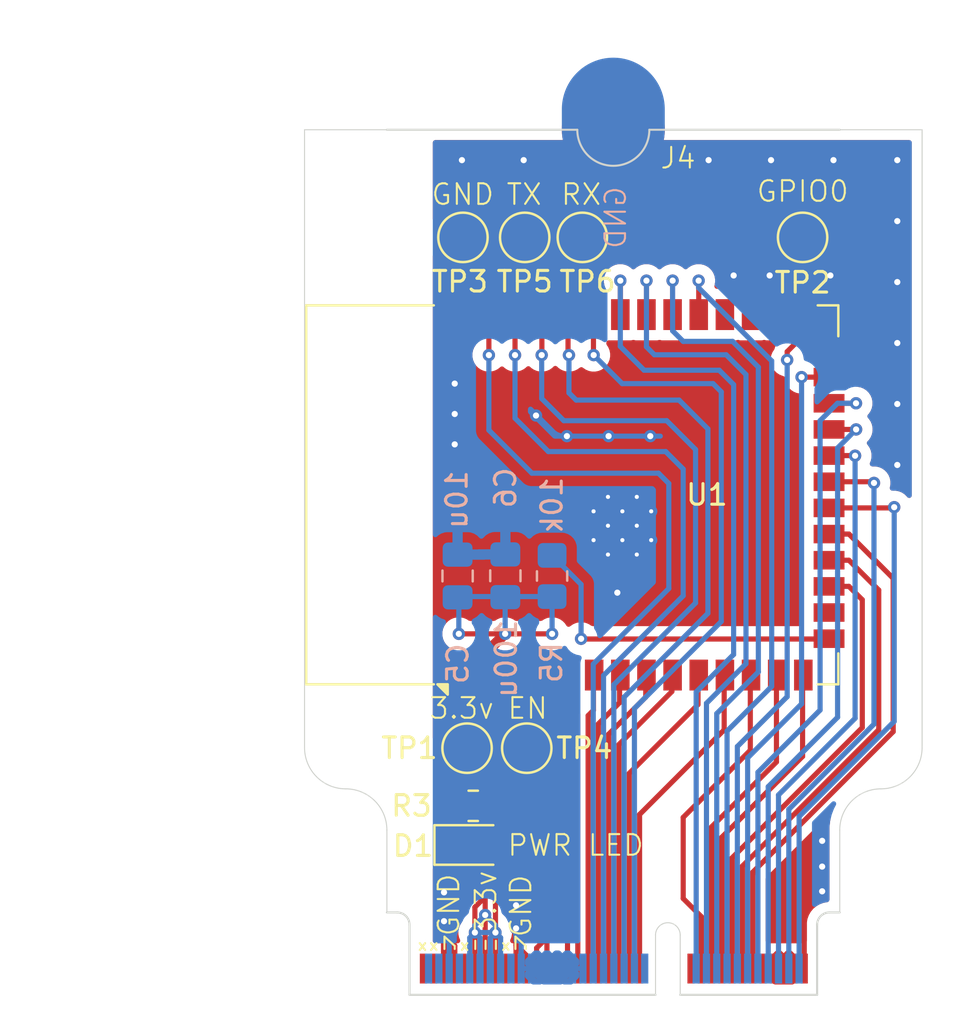
<source format=kicad_pcb>
(kicad_pcb (version 20241229) (generator "pcbnew") (generator_version "9.0")
  (layers (0 "F.Cu" signal) (2 "B.Cu" signal) (13 "F.Paste" user) (15 "B.Paste" user) (5 "F.SilkS" user "F.Silkscreen") (7 "B.SilkS" user "B.Silkscreen") (1 "F.Mask" user) (3 "B.Mask" user) (25 "Edge.Cuts" user))
  (net 0 "")
  (net 1 "GND")
  (net 3 "+3.3V")
  (net 4 "/ESP_EN")
  (net 5 "Net-(D1-A)")
  (net 6 "/ESP_IO0")
  (net 9 "/ESP_RXD")
  (net 10 "/ESP_TXD")
  (net 11 "Net-(U1-IO3)")
  (net 12 "/USB_D-")
  (net 13 "/USB_D+")
  (net 16 "/GPIO15")
  (net 17 "/GPIO41")
  (net 18 "/GPIO13")
  (net 19 "/GPIO1")
  (net 20 "/GPIO17")
  (net 21 "/GPIO11")
  (net 22 "/GPIO2")
  (net 23 "/GPIO18")
  (net 24 "/GPIO40")
  (net 25 "/GPIO21")
  (net 26 "/GPIO39")
  (net 27 "/GPIO47")
  (net 28 "/GPIO12")
  (net 29 "/GPIO48")
  (net 30 "/GPIO8")
  (net 31 "/GPIO16")
  (net 32 "/GPIO5")
  (net 33 "/GPIO38")
  (net 35 "/GPIO6")
  (net 37 "/GPIO10")
  (net 38 "/GPIO4")
  (net 39 "/GPIO9")
  (net 40 "/GPIO14")
  (net 41 "/GPIO42")
  (net 49 "/GPIO7")
  (footprint "TestPoint:TestPoint_Pad_D2.0mm" (layer "F.Cu") (at 141.5 119.6)
    (property "Reference" "TP1" (at -2.8 0 0) (layer "F.SilkS"))
    (property "Value" "TestPoint 3.3v" (hide yes))
    (pad "1" smd circle (at 0 0) (size 2 2) (layers "F.Cu" "F.Mask") (net 3 "+3.3V"))
  )
  (footprint "LED_SMD:LED_0805_2012Metric_Pad1.15x1.40mm_HandSolder" (layer "F.Cu") (at 141.775 124.3)
    (property "Reference" "D1" (at -2.9 0.05 0) (layer "F.SilkS"))
    (property "Value" "LED_Small" (hide yes))
    (pad "1" smd roundrect (at -1.025 0) (size 1.15 1.4) (layers "F.Cu" "F.Mask" "F.Paste") (roundrect_rratio 0.217391) (net 1 "GND"))
    (pad "2" smd roundrect (at 1.025 0) (size 1.15 1.4) (layers "F.Cu" "F.Mask" "F.Paste") (roundrect_rratio 0.217391) (net 5 "Net-(D1-A)"))
  )
  (footprint "TestPoint:TestPoint_Pad_D2.0mm" (layer "F.Cu") (at 144.3 94.8)
    (property "Reference" "TP5" (at 0 2.15 0) (layer "F.SilkS"))
    (property "Value" "TestPoint TXD" (hide yes))
    (pad "1" smd circle (at 0 0) (size 2 2) (layers "F.Cu" "F.Mask") (net 10 "/ESP_TXD"))
  )
  (footprint "TestPoint:TestPoint_Pad_D2.0mm" (layer "F.Cu") (at 144.4 119.6)
    (property "Reference" "TP4" (at 2.8 0 0) (layer "F.SilkS"))
    (property "Value" "TestPoint EN" (hide yes))
    (pad "1" smd circle (at 0 0) (size 2 2) (layers "F.Cu" "F.Mask") (net 4 "/ESP_EN"))
  )
  (footprint "Resistor_SMD:R_0805_2012Metric_Pad1.20x1.40mm_HandSolder" (layer "F.Cu") (at 141.8 122.4)
    (property "Reference" "R3" (at -3 0 0) (layer "F.SilkS"))
    (property "Value" "1K")
    (pad "1" smd roundrect (at -1 0) (size 1.2 1.4) (layers "F.Cu" "F.Mask" "F.Paste") (roundrect_rratio 0.208333) (net 3 "+3.3V"))
    (pad "2" smd roundrect (at 1 0) (size 1.2 1.4) (layers "F.Cu" "F.Mask" "F.Paste") (roundrect_rratio 0.208333) (net 5 "Net-(D1-A)"))
  )
  (footprint "RF_Module:ESP32-S3-WROOM-1" (layer "F.Cu") (at 146.585 107.3 90)
    (property "Reference" "U1" (at 0 6.565 0) (layer "F.SilkS"))
    (property "Value" "ESP32-S3-WROOM-1")
    (pad "1" smd rect (at -8.75 -5.26 90) (size 1.5 0.9) (layers "F.Cu" "F.Mask" "F.Paste") (net 1 "GND"))
    (pad "2" smd rect (at -8.75 -3.99 90) (size 1.5 0.9) (layers "F.Cu" "F.Mask" "F.Paste") (net 3 "+3.3V"))
    (pad "3" smd rect (at -8.75 -2.72 90) (size 1.5 0.9) (layers "F.Cu" "F.Mask" "F.Paste") (net 4 "/ESP_EN"))
    (pad "4" smd rect (at -8.75 -1.45 90) (size 1.5 0.9) (layers "F.Cu" "F.Mask" "F.Paste") (net 38 "/GPIO4"))
    (pad "5" smd rect (at -8.75 -0.18 90) (size 1.5 0.9) (layers "F.Cu" "F.Mask" "F.Paste") (net 32 "/GPIO5"))
    (pad "6" smd rect (at -8.75 1.09 90) (size 1.5 0.9) (layers "F.Cu" "F.Mask" "F.Paste") (net 35 "/GPIO6"))
    (pad "7" smd rect (at -8.75 2.36 90) (size 1.5 0.9) (layers "F.Cu" "F.Mask" "F.Paste") (net 49 "/GPIO7"))
    (pad "8" smd rect (at -8.75 3.63 90) (size 1.5 0.9) (layers "F.Cu" "F.Mask" "F.Paste") (net 16 "/GPIO15"))
    (pad "9" smd rect (at -8.75 4.9 90) (size 1.5 0.9) (layers "F.Cu" "F.Mask" "F.Paste") (net 31 "/GPIO16"))
    (pad "10" smd rect (at -8.75 6.17 90) (size 1.5 0.9) (layers "F.Cu" "F.Mask" "F.Paste") (net 20 "/GPIO17"))
    (pad "11" smd rect (at -8.75 7.44 90) (size 1.5 0.9) (layers "F.Cu" "F.Mask" "F.Paste") (net 23 "/GPIO18"))
    (pad "12" smd rect (at -8.75 8.71 90) (size 1.5 0.9) (layers "F.Cu" "F.Mask" "F.Paste") (net 30 "/GPIO8"))
    (pad "13" smd rect (at -8.75 9.98 90) (size 1.5 0.9) (layers "F.Cu" "F.Mask" "F.Paste") (net 12 "/USB_D-"))
    (pad "14" smd rect (at -8.75 11.25 270) (size 1.5 0.9) (layers "F.Cu" "F.Mask" "F.Paste") (net 13 "/USB_D+"))
    (pad "15" smd rect (at -6.985 12.5) (size 1.5 0.9) (layers "F.Cu" "F.Mask" "F.Paste") (net 11 "Net-(U1-IO3)"))
    (pad "16" smd rect (at -5.715 12.5) (size 1.5 0.9) (layers "F.Cu" "F.Mask" "F.Paste"))
    (pad "17" smd rect (at -4.445 12.5) (size 1.5 0.9) (layers "F.Cu" "F.Mask" "F.Paste") (net 39 "/GPIO9"))
    (pad "18" smd rect (at -3.175 12.5) (size 1.5 0.9) (layers "F.Cu" "F.Mask" "F.Paste") (net 37 "/GPIO10"))
    (pad "19" smd rect (at -1.905 12.5) (size 1.5 0.9) (layers "F.Cu" "F.Mask" "F.Paste") (net 21 "/GPIO11"))
    (pad "20" smd rect (at -0.635 12.5) (size 1.5 0.9) (layers "F.Cu" "F.Mask" "F.Paste") (net 28 "/GPIO12"))
    (pad "21" smd rect (at 0.635 12.5) (size 1.5 0.9) (layers "F.Cu" "F.Mask" "F.Paste") (net 18 "/GPIO13"))
    (pad "22" smd rect (at 1.905 12.5) (size 1.5 0.9) (layers "F.Cu" "F.Mask" "F.Paste") (net 40 "/GPIO14"))
    (pad "23" smd rect (at 3.175 12.5) (size 1.5 0.9) (layers "F.Cu" "F.Mask" "F.Paste") (net 25 "/GPIO21"))
    (pad "24" smd rect (at 4.445 12.5) (size 1.5 0.9) (layers "F.Cu" "F.Mask" "F.Paste") (net 27 "/GPIO47"))
    (pad "25" smd rect (at 5.715 12.5) (size 1.5 0.9) (layers "F.Cu" "F.Mask" "F.Paste") (net 29 "/GPIO48"))
    (pad "26" smd rect (at 6.985 12.5) (size 1.5 0.9) (layers "F.Cu" "F.Mask" "F.Paste"))
    (pad "27" smd rect (at 8.75 11.25 90) (size 1.5 0.9) (layers "F.Cu" "F.Mask" "F.Paste") (net 6 "/ESP_IO0"))
    (pad "28" smd rect (at 8.75 9.98 90) (size 1.5 0.9) (layers "F.Cu" "F.Mask" "F.Paste"))
    (pad "29" smd rect (at 8.75 8.71 90) (size 1.5 0.9) (layers "F.Cu" "F.Mask" "F.Paste"))
    (pad "30" smd rect (at 8.75 7.44 90) (size 1.5 0.9) (layers "F.Cu" "F.Mask" "F.Paste"))
    (pad "31" smd rect (at 8.75 6.17 90) (size 1.5 0.9) (layers "F.Cu" "F.Mask" "F.Paste") (net 33 "/GPIO38"))
    (pad "32" smd rect (at 8.75 4.9 90) (size 1.5 0.9) (layers "F.Cu" "F.Mask" "F.Paste") (net 26 "/GPIO39"))
    (pad "33" smd rect (at 8.75 3.63 90) (size 1.5 0.9) (layers "F.Cu" "F.Mask" "F.Paste") (net 24 "/GPIO40"))
    (pad "34" smd rect (at 8.75 2.36 90) (size 1.5 0.9) (layers "F.Cu" "F.Mask" "F.Paste") (net 17 "/GPIO41"))
    (pad "35" smd rect (at 8.75 1.09 90) (size 1.5 0.9) (layers "F.Cu" "F.Mask" "F.Paste") (net 41 "/GPIO42"))
    (pad "36" smd rect (at 8.75 -0.18 90) (size 1.5 0.9) (layers "F.Cu" "F.Mask" "F.Paste") (net 9 "/ESP_RXD"))
    (pad "37" smd rect (at 8.75 -1.45 90) (size 1.5 0.9) (layers "F.Cu" "F.Mask" "F.Paste") (net 10 "/ESP_TXD"))
    (pad "38" smd rect (at 8.75 -2.72 90) (size 1.5 0.9) (layers "F.Cu" "F.Mask" "F.Paste") (net 22 "/GPIO2"))
    (pad "39" smd rect (at 8.75 -3.99 90) (size 1.5 0.9) (layers "F.Cu" "F.Mask" "F.Paste") (net 19 "/GPIO1"))
    (pad "40" smd rect (at 8.75 -5.26 90) (size 1.5 0.9) (layers "F.Cu" "F.Mask" "F.Paste") (net 1 "GND"))
    (pad "41" thru_hole circle (at -2.9 1.76 180) (size 0.6 0.6) (drill 0.2) (property pad_prop_heatsink) (layers "*.Cu" "F.Mask") (net 1 "GND"))
    (pad "41" thru_hole circle (at -2.9 3.16 90) (size 0.6 0.6) (drill 0.2) (property pad_prop_heatsink) (layers "*.Cu" "F.Mask") (net 1 "GND"))
    (pad "41" thru_hole circle (at -2.2 1.06 90) (size 0.6 0.6) (drill 0.2) (property pad_prop_heatsink) (layers "*.Cu" "F.Mask") (net 1 "GND"))
    (pad "41" thru_hole circle (at -2.2 2.46 90) (size 0.6 0.6) (drill 0.2) (property pad_prop_heatsink) (layers "*.Cu" "F.Mask") (net 1 "GND"))
    (pad "41" thru_hole circle (at -2.2 3.86 90) (size 0.6 0.6) (drill 0.2) (property pad_prop_heatsink) (layers "*.Cu" "F.Mask") (net 1 "GND"))
    (pad "41" thru_hole circle (at -1.5 1.76 90) (size 0.6 0.6) (drill 0.2) (property pad_prop_heatsink) (layers "*.Cu" "F.Mask") (net 1 "GND"))
    (pad "41" smd rect (at -1.5 2.46) (size 3.9 3.9) (property pad_prop_heatsink) (layers "F.Cu" "F.Mask") (net 1 "GND"))
    (pad "41" thru_hole circle (at -1.5 3.16 90) (size 0.6 0.6) (drill 0.2) (property pad_prop_heatsink) (layers "*.Cu" "F.Mask") (net 1 "GND"))
    (pad "41" thru_hole circle (at -0.8 1.06 90) (size 0.6 0.6) (drill 0.2) (property pad_prop_heatsink) (layers "*.Cu" "F.Mask") (net 1 "GND"))
    (pad "41" thru_hole circle (at -0.8 2.46 90) (size 0.6 0.6) (drill 0.2) (property pad_prop_heatsink) (layers "*.Cu" "F.Mask") (net 1 "GND"))
    (pad "41" thru_hole circle (at -0.8 3.86 90) (size 0.6 0.6) (drill 0.2) (property pad_prop_heatsink) (layers "*.Cu" "F.Mask") (net 1 "GND"))
    (pad "41" thru_hole circle (at -0.1 1.76 90) (size 0.6 0.6) (drill 0.2) (property pad_prop_heatsink) (layers "*.Cu" "F.Mask") (net 1 "GND"))
    (pad "41" thru_hole circle (at -0.1 3.16 90) (size 0.6 0.6) (drill 0.2) (property pad_prop_heatsink) (layers "*.Cu" "F.Mask") (net 1 "GND"))
    (zone (net 0) (net_name "") (layers "F.Cu" "B.Cu") (connect_pads (clearance 0)) (min_thickness 0.254)
      (keepout (tracks not_allowed) (vias not_allowed) (pads not_allowed) (copperpour not_allowed) (footprints not_allowed))
      (fill (thermal_gap 0.508) (thermal_bridge_width 0.508))
      (polygon (pts (xy 139.835 131.3) (xy 139.835 83.3) (xy 118.835 83.3) (xy 118.835 131.3)))
    )
  )
  (footprint "TestPoint:TestPoint_Pad_D2.0mm" (layer "F.Cu") (at 157.8 94.8)
    (property "Reference" "TP2" (at 0 2.2 0) (layer "F.SilkS"))
    (property "Value" "TestPoint IOO" (hide yes))
    (pad "1" smd circle (at 0 0) (size 2 2) (layers "F.Cu" "F.Mask") (net 6 "/ESP_IO0"))
  )
  (footprint "TestPoint:TestPoint_Pad_D2.0mm" (layer "F.Cu") (at 141.3 94.8)
    (property "Reference" "TP3" (at -0.15 2.15 0) (layer "F.SilkS"))
    (property "Value" "TestPoint GND" (hide yes))
    (pad "1" smd circle (at 0 0) (size 2 2) (layers "F.Cu" "F.Mask") (net 1 "GND"))
  )
  (footprint "M.2:2242-key-E-ESP32" (layer "F.Cu") (at 136.605 88.575)
    (property "Reference" "J4" (at 15.145 2.375 0) (layer "F.SilkS") (effects (font (thickness 0.1))))
    (property "Value" "Bus_M.2_Socket_E")
    (fp_line (start -3 1) (end 1 1) (stroke (width 0.05)) (layer "Edge.Cuts"))
    (fp_line (start -3 31) (end -3 1) (stroke (width 0.05)) (layer "Edge.Cuts"))
    (fp_line (start 1 1) (end 10.25 1) (stroke (width 0.1)) (layer "Edge.Cuts"))
    (fp_line (start 1 39) (end 1 35) (stroke (width 0.05)) (layer "Edge.Cuts"))
    (fp_line (start 1 39) (end 1.5 39) (stroke (width 0.1)) (layer "Edge.Cuts"))
    (fp_line (start 2.1 39.6) (end 2.1 43) (stroke (width 0.1)) (layer "Edge.Cuts"))
    (fp_line (start 2.1 43) (end 14.05 43) (stroke (width 0.1)) (layer "Edge.Cuts"))
    (fp_line (start 14.05 43) (end 14.05 40.1) (stroke (width 0.05)) (layer "Edge.Cuts"))
    (fp_line (start 15.25 40.1) (end 15.25 43) (stroke (width 0.05)) (layer "Edge.Cuts"))
    (fp_line (start 15.25 43) (end 21.9 43) (stroke (width 0.1)) (layer "Edge.Cuts"))
    (fp_line (start 21.9 39.6) (end 21.9 43) (stroke (width 0.1)) (layer "Edge.Cuts"))
    (fp_line (start 23 1) (end 13.75 1) (stroke (width 0.1)) (layer "Edge.Cuts"))
    (fp_line (start 23 39) (end 22.5 39) (stroke (width 0.1)) (layer "Edge.Cuts"))
    (fp_line (start 23 39) (end 23 35) (stroke (width 0.05)) (layer "Edge.Cuts"))
    (fp_line (start 27 1) (end 23 1) (stroke (width 0.05)) (layer "Edge.Cuts"))
    (fp_line (start 27 31) (end 27 1) (stroke (width 0.05)) (layer "Edge.Cuts"))
    (fp_arc (start -1 33) (mid -2.414214 32.414214) (end -3 31) (stroke (width 0.05)) (layer "Edge.Cuts"))
    (fp_arc (start -1 33) (mid 0.414214 33.585786) (end 1 35) (stroke (width 0.05)) (layer "Edge.Cuts"))
    (fp_arc (start 1.5 39) (mid 1.924264 39.175736) (end 2.1 39.6) (stroke (width 0.1)) (layer "Edge.Cuts"))
    (fp_arc (start 13.75 1) (mid 12 2.75) (end 10.25 1) (stroke (width 0.1)) (layer "Edge.Cuts"))
    (fp_arc (start 14.05 40.1) (mid 14.65 39.5) (end 15.25 40.1) (stroke (width 0.05)) (layer "Edge.Cuts"))
    (fp_arc (start 21.9 39.6) (mid 22.075736 39.175736) (end 22.5 39) (stroke (width 0.1)) (layer "Edge.Cuts"))
    (fp_arc (start 23 35) (mid 23.585786 33.585786) (end 25 33) (stroke (width 0.05)) (layer "Edge.Cuts"))
    (fp_arc (start 27 31) (mid 26.414214 32.414214) (end 25 33) (stroke (width 0.05)) (layer "Edge.Cuts"))
    (pad "1" connect rect (at 21.275 41.725) (size 0.35 1.45) (layers "F.Cu" "F.Mask") (net 1 "GND"))
    (pad "2" connect rect (at 21.025 41.725) (size 0.35 1.45) (layers "B.Cu" "B.Mask") (net 28 "/GPIO12"))
    (pad "3" connect rect (at 20.775 41.725) (size 0.35 1.45) (layers "F.Cu" "F.Mask") (net 1 "GND"))
    (pad "4" connect rect (at 20.525 41.725) (size 0.35 1.45) (layers "B.Cu" "B.Mask") (net 18 "/GPIO13"))
    (pad "5" connect rect (at 20.275 41.725) (size 0.35 1.45) (layers "F.Cu" "F.Mask") (net 1 "GND"))
    (pad "6" connect rect (at 20.025 41.725) (size 0.35 1.45) (layers "B.Cu" "B.Mask") (net 40 "/GPIO14"))
    (pad "7" connect rect (at 19.775 41.725) (size 0.35 1.45) (layers "F.Cu" "F.Mask") (net 1 "GND"))
    (pad "8" connect rect (at 19.525 41.725) (size 0.35 1.45) (layers "B.Cu" "B.Mask") (net 25 "/GPIO21"))
    (pad "9" connect rect (at 19.275 41.725) (size 0.35 1.45) (layers "F.Cu" "F.Mask") (net 1 "GND"))
    (pad "10" connect rect (at 19.025 41.725) (size 0.35 1.45) (layers "B.Cu" "B.Mask") (net 27 "/GPIO47"))
    (pad "11" connect rect (at 18.775 41.725) (size 0.35 1.45) (layers "F.Cu" "F.Mask") (net 21 "/GPIO11"))
    (pad "12" connect rect (at 18.525 41.725) (size 0.35 1.45) (layers "B.Cu" "B.Mask") (net 29 "/GPIO48"))
    (pad "13" connect rect (at 18.275 41.725) (size 0.35 1.45) (layers "F.Cu" "F.Mask") (net 37 "/GPIO10"))
    (pad "14" connect rect (at 18.025 41.725) (size 0.35 1.45) (layers "B.Cu" "B.Mask") (net 6 "/ESP_IO0"))
    (pad "15" connect rect (at 17.775 41.725) (size 0.35 1.45) (layers "F.Cu" "F.Mask") (net 39 "/GPIO9"))
    (pad "16" connect rect (at 17.525 41.725) (size 0.35 1.45) (layers "B.Cu" "B.Mask") (net 33 "/GPIO38"))
    (pad "17" connect rect (at 17.275 41.725) (size 0.35 1.45) (layers "F.Cu" "F.Mask") (net 13 "/USB_D+"))
    (pad "18" connect rect (at 17.025 41.725) (size 0.35 1.45) (layers "B.Cu" "B.Mask") (net 26 "/GPIO39"))
    (pad "19" connect rect (at 16.775 41.725) (size 0.35 1.45) (layers "F.Cu" "F.Mask") (net 12 "/USB_D-"))
    (pad "20" connect rect (at 16.525 41.725) (size 0.35 1.45) (layers "B.Cu" "B.Mask") (net 24 "/GPIO40"))
    (pad "21" connect rect (at 16.275 41.725) (size 0.35 1.45) (layers "F.Cu" "F.Mask") (net 30 "/GPIO8"))
    (pad "22" connect rect (at 16.025 41.725) (size 0.35 1.45) (layers "B.Cu" "B.Mask") (net 17 "/GPIO41"))
    (pad "23" connect rect (at 15.775 41.725) (size 0.35 1.45) (layers "F.Cu" "F.Mask"))
    (pad "32" connect rect (at 13.525 41.725) (size 0.35 1.45) (layers "B.Cu" "B.Mask"))
    (pad "33" connect rect (at 13.275 41.725) (size 0.35 1.45) (layers "F.Cu" "F.Mask") (net 23 "/GPIO18"))
    (pad "34" connect rect (at 13.025 41.725) (size 0.35 1.45) (layers "B.Cu" "B.Mask") (net 41 "/GPIO42"))
    (pad "35" connect rect (at 12.775 41.725) (size 0.35 1.45) (layers "F.Cu" "F.Mask") (net 20 "/GPIO17"))
    (pad "36" connect rect (at 12.525 41.725) (size 0.35 1.45) (layers "B.Cu" "B.Mask") (net 9 "/ESP_RXD"))
    (pad "37" connect rect (at 12.275 41.725) (size 0.35 1.45) (layers "F.Cu" "F.Mask") (net 31 "/GPIO16"))
    (pad "38" connect rect (at 12.025 41.725) (size 0.35 1.45) (layers "B.Cu" "B.Mask") (net 10 "/ESP_TXD"))
    (pad "39" connect rect (at 11.775 41.725) (size 0.35 1.45) (layers "F.Cu" "F.Mask") (net 16 "/GPIO15"))
    (pad "40" connect rect (at 11.525 41.725) (size 0.35 1.45) (layers "B.Cu" "B.Mask") (net 22 "/GPIO2"))
    (pad "41" connect rect (at 11.275 41.725) (size 0.35 1.45) (layers "F.Cu" "F.Mask") (net 49 "/GPIO7"))
    (pad "42" connect rect (at 11.025 41.725) (size 0.35 1.45) (layers "B.Cu" "B.Mask") (net 19 "/GPIO1"))
    (pad "43" connect rect (at 10.775 41.725) (size 0.35 1.45) (layers "F.Cu" "F.Mask") (net 35 "/GPIO6"))
    (pad "44" connect rect (at 10.525 41.725) (size 0.35 1.45) (layers "B.Cu" "B.Mask") (net 1 "GND"))
    (pad "45" connect rect (at 10.275 41.725) (size 0.35 1.45) (layers "F.Cu" "F.Mask") (net 32 "/GPIO5"))
    (pad "46" connect rect (at 10.025 41.725) (size 0.35 1.45) (layers "B.Cu" "B.Mask") (net 1 "GND"))
    (pad "47" connect rect (at 9.775 41.725) (size 0.35 1.45) (layers "F.Cu" "F.Mask") (net 38 "/GPIO4"))
    (pad "48" connect rect (at 9.525 41.725) (size 0.35 1.45) (layers "B.Cu" "B.Mask") (net 1 "GND"))
    (pad "49" connect rect (at 9.275 41.725) (size 0.35 1.45) (layers "F.Cu" "F.Mask"))
    (pad "50" connect rect (at 9.025 41.725) (size 0.35 1.45) (layers "B.Cu" "B.Mask") (net 1 "GND"))
    (pad "51" connect rect (at 8.775 41.725) (size 0.35 1.45) (layers "F.Cu" "F.Mask") (net 4 "/ESP_EN"))
    (pad "52" connect rect (at 8.525 41.725) (size 0.35 1.45) (layers "B.Cu" "B.Mask") (net 1 "GND"))
    (pad "53" connect rect (at 8.275 41.725) (size 0.35 1.45) (layers "F.Cu" "F.Mask") (net 4 "/ESP_EN"))
    (pad "54" connect rect (at 8.025 41.725) (size 0.35 1.45) (layers "B.Cu" "B.Mask") (net 1 "GND"))
    (pad "55" connect rect (at 7.775 41.725) (size 0.35 1.45) (layers "F.Cu" "F.Mask") (net 1 "GND"))
    (pad "56" connect rect (at 7.525 41.725) (size 0.35 1.45) (layers "B.Cu" "B.Mask") (net 1 "GND"))
    (pad "57" connect rect (at 7.275 41.725) (size 0.35 1.45) (layers "F.Cu" "F.Mask") (net 1 "GND"))
    (pad "58" connect rect (at 7.025 41.725) (size 0.35 1.45) (layers "B.Cu" "B.Mask"))
    (pad "59" connect rect (at 6.775 41.725) (size 0.35 1.45) (layers "F.Cu" "F.Mask"))
    (pad "60" connect rect (at 6.525 41.725) (size 0.35 1.45) (layers "B.Cu" "B.Mask") (net 3 "+3.3V"))
    (pad "61" connect rect (at 6.275 41.725) (size 0.35 1.45) (layers "F.Cu" "F.Mask") (net 3 "+3.3V"))
    (pad "62" connect rect (at 6.025 41.725) (size 0.35 1.45) (layers "B.Cu" "B.Mask") (net 3 "+3.3V"))
    (pad "63" connect rect (at 5.775 41.725) (size 0.35 1.45) (layers "F.Cu" "F.Mask") (net 3 "+3.3V"))
    (pad "64" connect rect (at 5.525 41.725) (size 0.35 1.45) (layers "B.Cu" "B.Mask") (net 3 "+3.3V"))
    (pad "65" connect rect (at 5.275 41.725) (size 0.35 1.45) (layers "F.Cu" "F.Mask") (net 3 "+3.3V"))
    (pad "66" connect rect (at 5.025 41.725) (size 0.35 1.45) (layers "B.Cu" "B.Mask") (net 3 "+3.3V"))
    (pad "67" connect rect (at 4.775 41.725) (size 0.35 1.45) (layers "F.Cu" "F.Mask"))
    (pad "68" connect rect (at 4.525 41.725) (size 0.35 1.45) (layers "B.Cu" "B.Mask"))
    (pad "69" connect rect (at 4.275 41.725) (size 0.35 1.45) (layers "F.Cu" "F.Mask") (net 1 "GND"))
    (pad "70" connect rect (at 4.025 41.725) (size 0.35 1.45) (layers "B.Cu" "B.Mask") (net 1 "GND"))
    (pad "71" connect rect (at 3.775 41.725) (size 0.35 1.45) (layers "F.Cu" "F.Mask") (net 1 "GND"))
    (pad "72" connect rect (at 3.525 41.725) (size 0.35 1.45) (layers "B.Cu" "B.Mask"))
    (pad "73" connect rect (at 3.275 41.725) (size 0.35 1.45) (layers "F.Cu" "F.Mask"))
    (pad "74" connect rect (at 3.025 41.725) (size 0.35 1.45) (layers "B.Cu" "B.Mask"))
    (pad "75" connect rect (at 2.775 41.725) (size 0.35 1.45) (layers "F.Cu" "F.Mask"))
    (pad "76" connect circle (at 12 1) (size 5 5) (layers "F.Cu" "F.Mask") (net 1 "GND"))
    (pad "77" connect oval (at 12 0.5) (size 5 6) (layers "B.Cu" "B.Mask") (net 1 "GND"))
  )
  (footprint "TestPoint:TestPoint_Pad_D2.0mm" (layer "F.Cu") (at 147.1 94.8)
    (property "Reference" "TP6" (at 0.25 2.15 0) (layer "F.SilkS"))
    (property "Value" "TestPoint RXD" (hide yes))
    (pad "1" smd circle (at 0 0) (size 2 2) (layers "F.Cu" "F.Mask") (net 9 "/ESP_RXD"))
  )
  (footprint "Capacitor_SMD:C_0805_2012Metric_Pad1.18x1.45mm_HandSolder" (layer "B.Cu") (at 143.36 111.23 90)
    (property "Reference" "C6" (at 4.27 0.01 90) (layer "B.SilkS") (effects (justify mirror)))
    (property "Value" "100u" (at -4.0225 0.04 90) (layer "B.SilkS") (effects (justify mirror)))
    (pad "1" smd roundrect (at -1.0375 0 90) (size 1.175 1.45) (layers "B.Cu" "B.Mask" "B.Paste") (roundrect_rratio 0.212766) (net 3 "+3.3V"))
    (pad "2" smd roundrect (at 1.0375 0 90) (size 1.175 1.45) (layers "B.Cu" "B.Mask" "B.Paste") (roundrect_rratio 0.212766) (net 1 "GND"))
  )
  (footprint "Capacitor_SMD:C_0805_2012Metric_Pad1.18x1.45mm_HandSolder" (layer "B.Cu") (at 141.04 111.24 -90)
    (property "Reference" "C5" (at 4.26 -0.01 270) (layer "B.SilkS") (effects (justify mirror)))
    (property "Value" "10u" (at -3.71 0.04 90) (layer "B.SilkS") (effects (justify mirror)))
    (pad "1" smd roundrect (at -1.0375 0 270) (size 1.175 1.45) (layers "B.Cu" "B.Mask" "B.Paste") (roundrect_rratio 0.212766) (net 1 "GND"))
    (pad "2" smd roundrect (at 1.0375 0 270) (size 1.175 1.45) (layers "B.Cu" "B.Mask" "B.Paste") (roundrect_rratio 0.212766) (net 3 "+3.3V"))
  )
  (footprint "Resistor_SMD:R_0805_2012Metric_Pad1.20x1.40mm_HandSolder" (layer "B.Cu") (at 145.63 111.24 -90)
    (property "Reference" "R5" (at 4.21 0.03 90) (layer "B.SilkS") (effects (justify mirror)))
    (property "Value" "10k" (at -3.44 0.01 90) (layer "B.SilkS") (effects (justify mirror)))
    (pad "1" smd roundrect (at -1 0 270) (size 1.2 1.4) (layers "B.Cu" "B.Mask" "B.Paste") (roundrect_rratio 0.208333) (net 11 "Net-(U1-IO3)"))
    (pad "2" smd roundrect (at 1 0 270) (size 1.2 1.4) (layers "B.Cu" "B.Mask" "B.Paste") (roundrect_rratio 0.208333) (net 3 "+3.3V"))
  )
  (gr_line (start 142.9 129.35) (end 142.9 128.95) (stroke (width 0.1)) (layer "F.SilkS"))
  (gr_line (start 144.35 129.2) (end 143.85 128.75) (stroke (width 0.1)) (layer "F.SilkS"))
  (gr_line (start 143.85 128.75) (end 143.85 129) (stroke (width 0.1)) (layer "F.SilkS"))
  (gr_line (start 140.9 129.2) (end 140.4 128.75) (stroke (width 0.1)) (layer "F.SilkS"))
  (gr_line (start 143.85 129.35) (end 143.85 128.85) (stroke (width 0.1)) (layer "F.SilkS"))
  (gr_line (start 140.4 128.75) (end 140.4 129) (stroke (width 0.1)) (layer "F.SilkS"))
  (gr_line (start 140.9 129.35) (end 140.9 129.2) (stroke (width 0.1)) (layer "F.SilkS"))
  (gr_line (start 144.35 129.35) (end 144.35 129.2) (stroke (width 0.1)) (layer "F.SilkS"))
  (gr_line (start 141.9 129.35) (end 141.9 128.95) (stroke (width 0.1)) (layer "F.SilkS"))
  (gr_line (start 140.4 129.35) (end 140.4 128.85) (stroke (width 0.1)) (layer "F.SilkS"))
  (gr_line (start 142.4 129.35) (end 142.4 128.95) (stroke (width 0.1)) (layer "F.SilkS"))
  (gr_text "RX" (at 146 93.3 0) (layer "F.SilkS") (effects (font (size 1 1) (thickness 0.1)) (justify left bottom)))
  (gr_text "GPIO0" (at 155.5 93.15 0) (layer "F.SilkS") (effects (font (size 1 1) (thickness 0.1)) (justify left bottom)))
  (gr_text "TX" (at 143.35 93.3 0) (layer "F.SilkS") (effects (font (size 1 1) (thickness 0.1)) (justify left bottom)))
  (gr_text "x" (at 140.15 129 180) (layer "F.SilkS") (effects (font (size 0.5 0.5) (thickness 0.1)) (justify left bottom)))
  (gr_text "3.3v" (at 143 128.75 90) (layer "F.SilkS") (effects (font (size 1 1) (thickness 0.1)) (justify left bottom)))
  (gr_text "x" (at 139.6 129 180) (layer "F.SilkS") (effects (font (size 0.5 0.5) (thickness 0.1)) (justify left bottom)))
  (gr_text "GND" (at 144.7 128.85 90) (layer "F.SilkS") (effects (font (size 1 1) (thickness 0.1)) (justify left bottom)))
  (gr_text "x" (at 143.65 129 180) (layer "F.SilkS") (effects (font (size 0.5 0.5) (thickness 0.1)) (justify left bottom)))
  (gr_text "3.3v" (at 139.6 118.25 0) (layer "F.SilkS") (effects (font (size 1 1) (thickness 0.1)) (justify left bottom)))
  (gr_text "GND" (at 139.7 93.3 0) (layer "F.SilkS") (effects (font (size 1 1) (thickness 0.1)) (justify left bottom)))
  (gr_text "PWR LED" (at 143.4 124.9 0) (layer "F.SilkS") (effects (font (size 1 1) (thickness 0.1)) (justify left bottom)))
  (gr_text "x" (at 141.65 129 180) (layer "F.SilkS") (effects (font (size 0.5 0.5) (thickness 0.1)) (justify left bottom)))
  (gr_text "EN" (at 143.4 118.25 0) (layer "F.SilkS") (effects (font (size 1 1) (thickness 0.1)) (justify left bottom)))
  (gr_text "GND" (at 141.2 128.8 90) (layer "F.SilkS") (effects (font (size 1 1) (thickness 0.1)) (justify left bottom)))
  (gr_text "GND" (at 149.3 92.25 90) (layer "B.SilkS") (effects (font (size 1 1) (thickness 0.1)) (justify left bottom mirror)))
  (segment (start 144.38 130.3) (end 144.38 129.655) (width 0.25) (layer "F.Cu") (net 1))
  (segment (start 155.88 130.3) (end 157.879 130.3) (width 0.25) (layer "F.Cu") (net 1))
  (segment (start 144.38 129.655) (end 143.88 129.155) (width 0.25) (layer "F.Cu") (net 1))
  (segment (start 140.88 130.3) (end 140.88 129.2) (width 0.3) (layer "F.Cu") (net 1))
  (segment (start 140.38 130.3) (end 140.38 128.7) (width 0.3) (layer "F.Cu") (net 1))
  (segment (start 140.75 125.7) (end 140.675 125.775) (width 0.4) (layer "F.Cu") (net 1))
  (segment (start 143.88 128.35) (end 143.88 127.23) (width 0.25) (layer "F.Cu") (net 1))
  (segment (start 157.88 130.3) (end 157.88 127.42) (width 0.25) (layer "F.Cu") (net 1))
  (segment (start 143.88 130.3) (end 143.88 129.155) (width 0.25) (layer "F.Cu") (net 1))
  (segment (start 140.38 126.6) (end 140.38 126.12) (width 0.4) (layer "F.Cu") (net 1))
  (segment (start 140.88 129.2) (end 140.38 128.7) (width 0.3) (layer "F.Cu") (net 1))
  (segment (start 157.88 127.42) (end 158.75 126.55) (width 0.25) (layer "F.Cu") (net 1))
  (segment (start 143.88 129.155) (end 143.88 128.35) (width 0.25) (layer "F.Cu") (net 1))
  (segment (start 140.675 124.3) (end 140.75 124.375) (width 0.4) (layer "F.Cu") (net 1))
  (segment (start 140.38 128.7) (end 140.38 128) (width 0.4) (layer "F.Cu") (net 1))
  (segment (start 140.38 128) (end 140.38 126.6) (width 0.25) (layer "F.Cu") (net 1))
  (segment (start 140.75 124.375) (end 140.75 125.7) (width 0.4) (layer "F.Cu") (net 1))
  (segment (start 158.75 126.55) (end 158.75 125.35) (width 0.25) (layer "F.Cu") (net 1))
  (segment (start 140.675 125.775) (end 140.7 125.8) (width 0.25) (layer "F.Cu") (net 1))
  (segment (start 140.38 126.12) (end 140.7 125.8) (width 0.4) (layer "F.Cu") (net 1))
  (segment (start 158.75 125.35) (end 158.75 124.1) (width 0.25) (layer "F.Cu") (net 1))
  (segment (start 141.29 94.81) (end 141.3 94.8) (width 0.25) (layer "F.Cu") (net 1))
  (via (at 162.4 96.97) (size 0.6) (drill 0.3) (layers "F.Cu" "B.Cu") (net 1))
  (via (at 143.88 127.23) (size 0.6) (drill 0.3) (layers "F.Cu" "B.Cu") (net 1))
  (via (at 162.4 102.89) (size 0.6) (drill 0.3) (layers "F.Cu" "B.Cu") (net 1))
  (via (at 162.4 105.85) (size 0.6) (drill 0.3) (layers "F.Cu" "B.Cu") (net 1))
  (via (at 140.38 128) (size 0.6) (drill 0.3) (layers "F.Cu" "B.Cu") (net 1))
  (via (at 146.35 104.45) (size 0.6) (drill 0.3) (layers "F.Cu" "B.Cu") (net 1))
  (via (at 153.233333 91.05) (size 0.6) (drill 0.3) (layers "F.Cu" "B.Cu") (net 1))
  (via (at 162.4 91.05) (size 0.6) (drill 0.3) (layers "F.Cu" "B.Cu") (net 1))
  (via (at 162.4 99.93) (size 0.6) (drill 0.3) (layers "F.Cu" "B.Cu") (net 1))
  (via (at 141.25 91.05) (size 0.6) (drill 0.3) (layers "F.Cu" "B.Cu") (net 1))
  (via (at 150.4 104.45) (size 0.6) (drill 0.3) (layers "F.Cu" "B.Cu") (net 1))
  (via (at 143.88 128.35) (size 0.6) (drill 0.3) (layers "F.Cu" "B.Cu") (net 1))
  (via (at 148.375 104.45) (size 0.6) (drill 0.3) (layers "F.Cu" "B.Cu") (net 1))
  (via (at 159.3 91.05) (size 0.6) (drill 0.3) (layers "F.Cu" "B.Cu") (net 1))
  (via (at 140.9 104.85) (size 0.6) (drill 0.3) (layers "F.Cu" "B.Cu") (net 1))
  (via (at 148.8 112.05) (size 0.6) (drill 0.3) (layers "F.Cu" "B.Cu") (net 1))
  (via (at 158.75 124.1) (size 0.6) (drill 0.3) (layers "F.Cu" "B.Cu") (net 1))
  (via (at 144.85 103.45) (size 0.6) (drill 0.3) (layers "F.Cu" "B.Cu") (net 1))
  (via (at 156.2 96.65) (size 0.6) (drill 0.3) (layers "F.Cu" "B.Cu") (net 1))
  (via (at 144.25 91.05) (size 0.6) (drill 0.3) (layers "F.Cu" "B.Cu") (net 1))
  (via (at 140.38 126.6) (size 0.6) (drill 0.3) (layers "F.Cu" "B.Cu") (net 1))
  (via (at 162.4 94.01) (size 0.6) (drill 0.3) (layers "F.Cu" "B.Cu") (net 1))
  (via (at 140.9 101.9) (size 0.6) (drill 0.3) (layers "F.Cu" "B.Cu") (net 1))
  (via (at 158.75 125.35) (size 0.6) (drill 0.3) (layers "F.Cu" "B.Cu") (net 1))
  (via (at 154.45 96.65) (size 0.6) (drill 0.3) (layers "F.Cu" "B.Cu") (net 1))
  (via (at 140.9 103.375) (size 0.6) (drill 0.3) (layers "F.Cu" "B.Cu") (net 1))
  (via (at 158.75 126.55) (size 0.6) (drill 0.3) (layers "F.Cu" "B.Cu") (net 1))
  (via (at 159.15 96.65) (size 0.6) (drill 0.3) (layers "F.Cu" "B.Cu") (net 1))
  (via (at 156.266666 91.05) (size 0.6) (drill 0.3) (layers "F.Cu" "B.Cu") (net 1))
  (segment (start 140.63 128.78) (end 140.38 128.53) (width 0.25) (layer "B.Cu") (net 1))
  (segment (start 140.38 128.53) (end 140.38 128) (width 0.25) (layer "B.Cu") (net 1))
  (segment (start 144.13 128.98) (end 143.88 128.73) (width 0.25) (layer "B.Cu") (net 1))
  (segment (start 140.63 130.3) (end 140.63 128.78) (width 0.25) (layer "B.Cu") (net 1))
  (segment (start 144.13 130.3) (end 147.13 130.3) (width 0.25) (layer "B.Cu") (net 1))
  (segment (start 144.13 130.3) (end 144.13 128.98) (width 0.25) (layer "B.Cu") (net 1))
  (segment (start 143.35 110.2025) (end 143.36 110.1925) (width 0.25) (layer "B.Cu") (net 1))
  (segment (start 143.88 128.73) (end 143.88 128.35) (width 0.25) (layer "B.Cu") (net 1))
  (segment (start 140.7 122.4) (end 140.8 122.3) (width 0.4) (layer "F.Cu") (net 3))
  (segment (start 142.88 126.32) (end 144 125.2) (width 0.5) (layer "F.Cu") (net 3))
  (segment (start 142.38 130.3) (end 142.38 127.7) (width 0.25) (layer "F.Cu") (net 3))
  (segment (start 142.38 126.82) (end 142.88 126.32) (width 0.25) (layer "F.Cu") (net 3))
  (segment (start 140.8 122.3) (end 140.8 120.3) (width 0.4) (layer "F.Cu") (net 3))
  (segment (start 144 125.2) (end 144 121.6) (width 0.5) (layer "F.Cu") (net 3))
  (segment (start 141.88 130.3) (end 141.88 128.55) (width 0.25) (layer "F.Cu") (net 3))
  (segment (start 141.5 119.6) (end 142.56 118.54) (width 0.5) (layer "F.Cu") (net 3))
  (segment (start 142.88 130.3) (end 142.88 128.55) (width 0.25) (layer "F.Cu") (net 3))
  (segment (start 142.56 118.54) (end 142.56 116.05) (width 0.5) (layer "F.Cu") (net 3))
  (segment (start 140.8 120.3) (end 141.5 119.6) (width 0.4) (layer "F.Cu") (net 3))
  (segment (start 143.35 114.05) (end 145.62 114.05) (width 0.25) (layer "F.Cu") (net 3))
  (segment (start 145.62 114.05) (end 145.63 114.04) (width 0.25) (layer "F.Cu") (net 3))
  (segment (start 142.595 114.795) (end 143.34 114.05) (width 0.5) (layer "F.Cu") (net 3))
  (segment (start 141.88 128.55) (end 141.88 127.32) (width 0.25) (layer "F.Cu") (net 3))
  (segment (start 142.595 116.05) (end 142.595 114.795) (width 0.5) (layer "F.Cu") (net 3))
  (segment (start 144 121.6) (end 142 119.6) (width 0.5) (layer "F.Cu") (net 3))
  (segment (start 142.88 128.55) (end 142.88 126.32) (width 0.25) (layer "F.Cu") (net 3))
  (segment (start 142 119.6) (end 141.5 119.6) (width 0.25) (layer "F.Cu") (net 3))
  (segment (start 141.88 127.32) (end 142.38 126.82) (width 0.25) (layer "F.Cu") (net 3))
  (segment (start 142.38 127.7) (end 142.38 126.82) (width 0.25) (layer "F.Cu") (net 3))
  (segment (start 143.35 114.05) (end 141.1 114.05) (width 0.25) (layer "F.Cu") (net 3))
  (via (at 141.1 114.05) (size 0.6) (drill 0.3) (layers "F.Cu" "B.Cu") (net 3))
  (via (at 143.35 114.05) (size 0.6) (drill 0.3) (layers "F.Cu" "B.Cu") (net 3))
  (via (at 142.88 128.55) (size 0.6) (drill 0.3) (layers "F.Cu" "B.Cu") (net 3))
  (via (at 145.63 114.05) (size 0.6) (drill 0.3) (layers "F.Cu" "B.Cu") (net 3))
  (via (at 141.88 128.55) (size 0.6) (drill 0.3) (layers "F.Cu" "B.Cu") (net 3))
  (via (at 142.38 127.7) (size 0.6) (drill 0.3) (layers "F.Cu" "B.Cu") (net 3))
  (segment (start 141.63 130.3) (end 141.63 128.8) (width 0.25) (layer "B.Cu") (net 3))
  (segment (start 145.63 112.24) (end 141.0775 112.24) (width 0.25) (layer "B.Cu") (net 3))
  (segment (start 141.0775 112.24) (end 141.04 112.2775) (width 0.25) (layer "B.Cu") (net 3))
  (segment (start 145.63 114.05) (end 145.63 112.24) (width 0.25) (layer "B.Cu") (net 3))
  (segment (start 143.35 112.2775) (end 143.36 112.2675) (width 0.25) (layer "B.Cu") (net 3))
  (segment (start 143.13 130.3) (end 143.13 128.8) (width 0.25) (layer "B.Cu") (net 3))
  (segment (start 143.13 128.8) (end 142.88 128.55) (width 0.25) (layer "B.Cu") (net 3))
  (segment (start 142.13 130.3) (end 142.13 128.8) (width 0.25) (layer "B.Cu") (net 3))
  (segment (start 143.35 114.05) (end 143.35 112.2775) (width 0.25) (layer "B.Cu") (net 3))
  (segment (start 141.88 128.55) (end 141.88 128.2) (width 0.25) (layer "B.Cu") (net 3))
  (segment (start 141.63 128.8) (end 141.88 128.55) (width 0.25) (layer "B.Cu") (net 3))
  (segment (start 142.63 128.8) (end 142.88 128.55) (width 0.25) (layer "B.Cu") (net 3))
  (segment (start 141.88 128.55) (end 142.88 128.55) (width 0.25) (layer "B.Cu") (net 3))
  (segment (start 142.88 128.2) (end 142.38 127.7) (width 0.25) (layer "B.Cu") (net 3))
  (segment (start 142.63 130.3) (end 142.63 128.8) (width 0.25) (layer "B.Cu") (net 3))
  (segment (start 141.1 114.05) (end 141.1 112.3375) (width 0.25) (layer "B.Cu") (net 3))
  (segment (start 141.1 112.3375) (end 141.04 112.2775) (width 0.25) (layer "B.Cu") (net 3))
  (segment (start 142.13 128.8) (end 141.88 128.55) (width 0.25) (layer "B.Cu") (net 3))
  (segment (start 142.88 128.55) (end 142.88 128.2) (width 0.25) (layer "B.Cu") (net 3))
  (segment (start 141.88 128.2) (end 142.38 127.7) (width 0.25) (layer "B.Cu") (net 3))
  (segment (start 145.38 120.58) (end 145.38 128.8) (width 0.25) (layer "F.Cu") (net 4))
  (segment (start 144.4 119.6) (end 145.38 120.58) (width 0.25) (layer "F.Cu") (net 4))
  (segment (start 144.88 129.3) (end 145.38 128.8) (width 0.25) (layer "F.Cu") (net 4))
  (segment (start 145.38 128.8) (end 145.38 130.3) (width 0.25) (layer "F.Cu") (net 4))
  (segment (start 143.83 119.03) (end 143.83 116.05) (width 0.25) (layer "F.Cu") (net 4))
  (segment (start 144.88 130.3) (end 144.88 129.3) (width 0.25) (layer "F.Cu") (net 4))
  (segment (start 144.4 119.6) (end 143.83 119.03) (width 0.25) (layer "F.Cu") (net 4))
  (segment (start 142.8 122.5) (end 142.7 122.4) (width 0.25) (layer "F.Cu") (net 5))
  (segment (start 142.8 124.225) (end 142.8 122.5) (width 0.25) (layer "F.Cu") (net 5))
  (segment (start 142.725 124.3) (end 142.8 124.225) (width 0.25) (layer "F.Cu") (net 5))
  (segment (start 157.05 100.35) (end 157.835 99.565) (width 0.25) (layer "F.Cu") (net 6))
  (segment (start 157.05 100.75) (end 157.05 100.35) (width 0.25) (layer "F.Cu") (net 6))
  (segment (start 157.835 99.565) (end 157.835 98.55) (width 0.25) (layer "F.Cu") (net 6))
  (segment (start 157.8 98.55) (end 157.8 95.9) (width 0.25) (layer "F.Cu") (net 6))
  (via (at 157.05 100.75) (size 0.6) (drill 0.3) (layers "F.Cu" "B.Cu") (net 6))
  (segment (start 154.63 119.52) (end 154.63 130.3) (width 0.25) (layer "B.Cu") (net 6))
  (segment (start 157.05 100.75) (end 157.05 117.1) (width 0.25) (layer "B.Cu") (net 6))
  (segment (start 157.05 117.1) (end 154.63 119.52) (width 0.25) (layer "B.Cu") (net 6))
  (segment (start 146.405 100.405) (end 146.45 100.45) (width 0.25) (layer "F.Cu") (net 9))
  (segment (start 146.37 95.53) (end 147.1 94.8) (width 0.25) (layer "F.Cu") (net 9))
  (segment (start 146.405 98.55) (end 146.405 100.405) (width 0.25) (layer "F.Cu") (net 9))
  (segment (start 146.37 98.55) (end 146.37 95.53) (width 0.25) (layer "F.Cu") (net 9))
  (via (at 146.45 100.515) (size 0.6) (drill 0.3) (layers "F.Cu" "B.Cu") (net 9))
  (segment (start 146.8 102.7) (end 146.45 102.35) (width 0.25) (layer "B.Cu") (net 9))
  (segment (start 151.8 102.7) (end 146.8 102.7) (width 0.25) (layer "B.Cu") (net 9))
  (segment (start 153.2 113.05) (end 153.2 104.1) (width 0.25) (layer "B.Cu") (net 9))
  (segment (start 146.45 102.35) (end 146.45 100.5) (width 0.25) (layer "B.Cu") (net 9))
  (segment (start 153.2 104.1) (end 151.8 102.7) (width 0.25) (layer "B.Cu") (net 9))
  (segment (start 149.13 117.12) (end 153.2 113.05) (width 0.25) (layer "B.Cu") (net 9))
  (segment (start 149.13 130.3) (end 149.13 117.12) (width 0.25) (layer "B.Cu") (net 9))
  (segment (start 145.135 100.465) (end 145.125 100.475) (width 0.25) (layer "F.Cu") (net 10))
  (segment (start 145.1 98.55) (end 145.1 95.6) (width 0.25) (layer "F.Cu") (net 10))
  (segment (start 145.135 98.55) (end 145.135 100.465) (width 0.25) (layer "F.Cu") (net 10))
  (segment (start 145.1 95.6) (end 144.3 94.8) (width 0.25) (layer "F.Cu") (net 10))
  (segment (start 145.125 100.475) (end 145.1 100.5) (width 0.25) (layer "F.Cu") (net 10))
  (via (at 145.125 100.515) (size 0.6) (drill 0.3) (layers "F.Cu" "B.Cu") (net 10))
  (segment (start 152.6 112.55) (end 152.6 105.1) (width 0.25) (layer "B.Cu") (net 10))
  (segment (start 148.63 116.52) (end 152.6 112.55) (width 0.25) (layer "B.Cu") (net 10))
  (segment (start 148.63 130.3) (end 148.63 116.52) (width 0.25) (layer "B.Cu") (net 10))
  (segment (start 145.125 102.625) (end 145.125 100.475) (width 0.25) (layer "B.Cu") (net 10))
  (segment (start 151.2 103.7) (end 146.2 103.7) (width 0.25) (layer "B.Cu") (net 10))
  (segment (start 146.2 103.7) (end 145.125 102.625) (width 0.25) (layer "B.Cu") (net 10))
  (segment (start 152.6 105.1) (end 151.2 103.7) (width 0.25) (layer "B.Cu") (net 10))
  (segment (start 159.085 114.285) (end 159.07 114.3) (width 0.25) (layer "F.Cu") (net 11))
  (segment (start 159.07 114.3) (end 147.09 114.3) (width 0.25) (layer "F.Cu") (net 11))
  (via (at 147.03866 114.289441) (size 0.6) (drill 0.3) (layers "F.Cu" "B.Cu") (net 11))
  (segment (start 147.03866 111.64866) (end 145.63 110.24) (width 0.25) (layer "B.Cu") (net 11))
  (segment (start 147.03866 114.289441) (end 147.03866 111.64866) (width 0.25) (layer "B.Cu") (net 11))
  (segment (start 156.53 119.832634) (end 156.53 120.112149) (width 0.25) (layer "F.Cu") (net 12))
  (segment (start 156.11486 120.68514) (end 156.53 120.27) (width 0.25) (layer "F.Cu") (net 12))
  (segment (start 156.53 116.05) (end 156.53 119.832634) (width 0.25) (layer "F.Cu") (net 12))
  (segment (start 153.38 123.42) (end 156.11486 120.68514) (width 0.25) (layer "F.Cu") (net 12))
  (segment (start 156.53 120.27) (end 156.53 120.112149) (width 0.25) (layer "F.Cu") (net 12))
  (segment (start 153.38 130.3) (end 153.38 123.42) (width 0.25) (layer "F.Cu") (net 12))
  (segment (start 156.61486 121.18514) (end 157.108926 120.691074) (width 0.25) (layer "F.Cu") (net 13))
  (segment (start 157.8 120) (end 157.248683 120.551317) (width 0.25) (layer "F.Cu") (net 13))
  (segment (start 157.248683 120.551317) (end 157.108926 120.691074) (width 0.25) (layer "F.Cu") (net 13))
  (segment (start 153.88 123.92) (end 156.61486 121.18514) (width 0.25) (layer "F.Cu") (net 13))
  (segment (start 157.8 116.05) (end 157.8 120) (width 0.25) (layer "F.Cu") (net 13))
  (segment (start 153.88 130.3) (end 153.88 123.92) (width 0.25) (layer "F.Cu") (net 13))
  (segment (start 150.18 117.12) (end 148.38 118.92) (width 0.25) (layer "F.Cu") (net 16))
  (segment (start 148.38 118.92) (end 148.38 130.3) (width 0.25) (layer "F.Cu") (net 16))
  (segment (start 150.18 116.05) (end 150.18 117.12) (width 0.25) (layer "F.Cu") (net 16))
  (segment (start 148.945 98.55) (end 148.945 96.9) (width 0.25) (layer "F.Cu") (net 17))
  (segment (start 148.945 96.9) (end 148.945 96.755) (width 0.25) (layer "F.Cu") (net 17))
  (via (at 148.945 96.9) (size 0.6) (drill 0.3) (layers "F.Cu" "B.Cu") (net 17))
  (segment (start 154.45 101.95) (end 154.45 115.05) (width 0.25) (layer "B.Cu") (net 17))
  (segment (start 148.945 100.095) (end 150.1 101.25) (width 0.25) (layer "B.Cu") (net 17))
  (segment (start 152.63 116.87) (end 152.63 130.3) (width 0.25) (layer "B.Cu") (net 17))
  (segment (start 148.945 96.9) (end 148.945 100.095) (width 0.25) (layer "B.Cu") (net 17))
  (segment (start 150.1 101.25) (end 153.75 101.25) (width 0.25) (layer "B.Cu") (net 17))
  (segment (start 154.45 115.05) (end 152.63 116.87) (width 0.25) (layer "B.Cu") (net 17))
  (segment (start 153.75 101.25) (end 154.45 101.95) (width 0.25) (layer "B.Cu") (net 17))
  (segment (start 159.085 106.665) (end 161.165 106.665) (width 0.25) (layer "F.Cu") (net 18))
  (segment (start 161.165 106.665) (end 161.2 106.7) (width 0.25) (layer "F.Cu") (net 18))
  (via (at 161.268098 106.721814) (size 0.6) (drill 0.3) (layers "F.Cu" "B.Cu") (net 18))
  (segment (start 161.268098 118.431902) (end 161.268098 106.721814) (width 0.25) (layer "B.Cu") (net 18))
  (segment (start 157.13 122.57) (end 161.268098 118.431902) (width 0.25) (layer "B.Cu") (net 18))
  (segment (start 157.13 130.3) (end 157.13 122.57) (width 0.25) (layer "B.Cu") (net 18))
  (segment (start 142.56 98.55) (end 142.56 100.515) (width 0.25) (layer "F.Cu") (net 19))
  (via (at 142.56 100.515) (size 0.6) (drill 0.3) (layers "F.Cu" "B.Cu") (net 19))
  (segment (start 147.63 130.3) (end 147.63 115.52) (width 0.25) (layer "B.Cu") (net 19))
  (segment (start 144.65 106.25) (end 142.56 104.16) (width 0.25) (layer "B.Cu") (net 19))
  (segment (start 151.3 106.75) (end 150.8 106.25) (width 0.25) (layer "B.Cu") (net 19))
  (segment (start 151.3 111.85) (end 151.3 106.75) (width 0.25) (layer "B.Cu") (net 19))
  (segment (start 142.56 104.16) (end 142.56 100.515) (width 0.25) (layer "B.Cu") (net 19))
  (segment (start 150.8 106.25) (end 144.65 106.25) (width 0.25) (layer "B.Cu") (net 19))
  (segment (start 147.63 115.52) (end 151.3 111.85) (width 0.25) (layer "B.Cu") (net 19))
  (segment (start 149.38 130.3) (end 149.38 120.82) (width 0.25) (layer "F.Cu") (net 20))
  (segment (start 152.72 117.48) (end 152.72 116.05) (width 0.25) (layer "F.Cu") (net 20))
  (segment (start 149.38 120.82) (end 152.72 117.48) (width 0.25) (layer "F.Cu") (net 20))
  (segment (start 155.38 130.3) (end 155.38 125.72) (width 0.25) (layer "F.Cu") (net 21))
  (segment (start 162.2 114.85) (end 162.2 118.8) (width 0.25) (layer "F.Cu") (net 21))
  (segment (start 162.2 118.8) (end 155.38 125.62) (width 0.25) (layer "F.Cu") (net 21))
  (segment (start 160.05 109.205) (end 162.2 111.355) (width 0.25) (layer "F.Cu") (net 21))
  (segment (start 155.38 125.62) (end 155.38 125.72) (width 0.25) (layer "F.Cu") (net 21))
  (segment (start 162.2 111.355) (end 162.2 114.85) (width 0.25) (layer "F.Cu") (net 21))
  (segment (start 159.05 109.205) (end 160.05 109.205) (width 0.25) (layer "F.Cu") (net 21))
  (segment (start 143.83 98.55) (end 143.83 100.52) (width 0.25) (layer "F.Cu") (net 22))
  (segment (start 143.83 100.52) (end 143.825 100.525) (width 0.25) (layer "F.Cu") (net 22))
  (via (at 143.83 100.515) (size 0.6) (drill 0.3) (layers "F.Cu" "B.Cu") (net 22))
  (segment (start 152 106.05) (end 152 112.2) (width 0.25) (layer "B.Cu") (net 22))
  (segment (start 151.15 105.2) (end 152 106.05) (width 0.25) (layer "B.Cu") (net 22))
  (segment (start 148.13 116.07) (end 148.13 130.3) (width 0.25) (layer "B.Cu") (net 22))
  (segment (start 143.83 100.52) (end 143.83 103.58) (width 0.25) (layer "B.Cu") (net 22))
  (segment (start 143.83 103.58) (end 145.45 105.2) (width 0.25) (layer "B.Cu") (net 22))
  (segment (start 145.45 105.2) (end 151.15 105.2) (width 0.25) (layer "B.Cu") (net 22))
  (segment (start 152 112.2) (end 148.13 116.07) (width 0.25) (layer "B.Cu") (net 22))
  (segment (start 154 118.7) (end 153.99 118.69) (width 0.25) (layer "F.Cu") (net 23))
  (segment (start 149.88 130.3) (end 149.88 122.82) (width 0.25) (layer "F.Cu") (net 23))
  (segment (start 149.88 122.82) (end 154 118.7) (width 0.25) (layer "F.Cu") (net 23))
  (segment (start 153.99 118.69) (end 153.99 116.05) (width 0.25) (layer "F.Cu") (net 23))
  (segment (start 150.215 98.55) (end 150.215 96.835) (width 0.25) (layer "F.Cu") (net 24))
  (via (at 150.215 96.9) (size 0.6) (drill 0.3) (layers "F.Cu" "B.Cu") (net 24))
  (segment (start 154.08781 100.5) (end 155.05 101.46219) (width 0.25) (layer "B.Cu") (net 24))
  (segment (start 150.215 100.115) (end 150.6 100.5) (width 0.25) (layer "B.Cu") (net 24))
  (segment (start 150.6 100.5) (end 154.08781 100.5) (width 0.25) (layer "B.Cu") (net 24))
  (segment (start 155.05 101.46219) (end 155.05 115.5) (width 0.25) (layer "B.Cu") (net 24))
  (segment (start 153.13 117.42) (end 153.13 130.3) (width 0.25) (layer "B.Cu") (net 24))
  (segment (start 150.215 96.9) (end 150.215 100.115) (width 0.25) (layer "B.Cu") (net 24))
  (segment (start 155.05 115.5) (end 153.13 117.42) (width 0.25) (layer "B.Cu") (net 24))
  (segment (start 160.4 104.125) (end 160.475 104.125) (width 0.25) (layer "F.Cu") (net 25))
  (segment (start 159.085 104.125) (end 160.4 104.125) (width 0.25) (layer "F.Cu") (net 25))
  (segment (start 160.475 104.125) (end 160.5 104.1) (width 0.25) (layer "F.Cu") (net 25))
  (via (at 160.4 104.125) (size 0.6) (drill 0.3) (layers "F.Cu" "B.Cu") (net 25))
  (segment (start 160.4 104.125) (end 159.5 105.025) (width 0.25) (layer "B.Cu") (net 25))
  (segment (start 159.5 105.025) (end 159.5 118.1) (width 0.25) (layer "B.Cu") (net 25))
  (segment (start 159.5 118.1) (end 156.13 121.47) (width 0.25) (layer "B.Cu") (net 25))
  (segment (start 156.13 121.47) (end 156.13 130.3) (width 0.25) (layer "B.Cu") (net 25))
  (segment (start 151.485 98.55) (end 151.485 96.865) (width 0.25) (layer "F.Cu") (net 26))
  (segment (start 151.485 96.865) (end 151.5 96.85) (width 0.25) (layer "F.Cu") (net 26))
  (via (at 151.485 96.9) (size 0.6) (drill 0.3) (layers "F.Cu" "B.Cu") (net 26))
  (segment (start 152 99.85) (end 151.485 99.335) (width 0.25) (layer "B.Cu") (net 26))
  (segment (start 155.65 115.9) (end 155.65 101.1) (width 0.25) (layer "B.Cu") (net 26))
  (segment (start 153.63 117.92) (end 155.65 115.9) (width 0.25) (layer "B.Cu") (net 26))
  (segment (start 155.65 101.1) (end 154.4 99.85) (width 0.25) (layer "B.Cu") (net 26))
  (segment (start 154.4 99.85) (end 152 99.85) (width 0.25) (layer "B.Cu") (net 26))
  (segment (start 153.63 130.3) (end 153.63 117.92) (width 0.25) (layer "B.Cu") (net 26))
  (segment (start 151.485 99.335) (end 151.485 96.9) (width 0.25) (layer "B.Cu") (net 26))
  (segment (start 159.085 102.855) (end 160.395 102.855) (width 0.25) (layer "F.Cu") (net 27))
  (via (at 160.395 102.855) (size 0.6) (drill 0.3) (layers "F.Cu" "B.Cu") (net 27))
  (segment (start 159.495 102.855) (end 160.395 102.855) (width 0.25) (layer "B.Cu") (net 27))
  (segment (start 158.65 117.75) (end 158.65 103.7) (width 0.25) (layer "B.Cu") (net 27))
  (segment (start 158.65 103.7) (end 159.495 102.855) (width 0.25) (layer "B.Cu") (net 27))
  (segment (start 155.63 120.77) (end 158.65 117.75) (width 0.25) (layer "B.Cu") (net 27))
  (segment (start 155.63 130.3) (end 155.63 120.77) (width 0.25) (layer "B.Cu") (net 27))
  (segment (start 162.215 107.935) (end 162.25 107.9) (width 0.25) (layer "F.Cu") (net 28))
  (segment (start 159.085 107.935) (end 162.215 107.935) (width 0.25) (layer "F.Cu") (net 28))
  (via (at 162.25 107.9) (size 0.6) (drill 0.3) (layers "F.Cu" "B.Cu") (net 28))
  (segment (start 162.25 118.3) (end 157.631 122.919) (width 0.25) (layer "B.Cu") (net 28))
  (segment (start 157.631 122.919) (end 157.631 130.3) (width 0.25) (layer "B.Cu") (net 28))
  (segment (start 162.25 107.9) (end 162.25 118.3) (width 0.25) (layer "B.Cu") (net 28))
  (segment (start 159.085 101.585) (end 157.75 101.585) (width 0.25) (layer "F.Cu") (net 29))
  (via (at 157.75 101.585) (size 0.6) (drill 0.3) (layers "F.Cu" "B.Cu") (net 29))
  (segment (start 155.13 130.3) (end 155.13 120.07) (width 0.25) (layer "B.Cu") (net 29))
  (segment (start 155.13 120.07) (end 157.75 117.45) (width 0.25) (layer "B.Cu") (net 29))
  (segment (start 157.75 117.45) (end 157.75 101.585) (width 0.25) (layer "B.Cu") (net 29))
  (segment (start 152.88 130.3) (end 152.88 127.78) (width 0.25) (layer "F.Cu") (net 30))
  (segment (start 155.26 116.05) (end 155.26 119.7) (width 0.25) (layer "F.Cu") (net 30))
  (segment (start 152 126.9) (end 152 122.96) (width 0.25) (layer "F.Cu") (net 30))
  (segment (start 152.88 127.78) (end 152 126.9) (width 0.25) (layer "F.Cu") (net 30))
  (segment (start 152 122.96) (end 155.26 119.7) (width 0.25) (layer "F.Cu") (net 30))
  (segment (start 151.45 116.85) (end 151.45 116.05) (width 0.25) (layer "F.Cu") (net 31))
  (segment (start 148.88 130.3) (end 148.88 119.42) (width 0.25) (layer "F.Cu") (net 31))
  (segment (start 148.88 119.42) (end 151.45 116.85) (width 0.25) (layer "F.Cu") (net 31))
  (segment (start 146.37 116.05) (end 146.37 117.47) (width 0.25) (layer "F.Cu") (net 32))
  (segment (start 146.37 117.47) (end 146.88 117.98) (width 0.25) (layer "F.Cu") (net 32))
  (segment (start 146.88 117.98) (end 146.88 130.3) (width 0.25) (layer "F.Cu") (net 32))
  (segment (start 152.75 96.9) (end 152.755 96.905) (width 0.25) (layer "F.Cu") (net 33))
  (segment (start 152.755 96.905) (end 152.755 98.55) (width 0.25) (layer "F.Cu") (net 33))
  (via (at 152.75 96.9) (size 0.6) (drill 0.3) (layers "F.Cu" "B.Cu") (net 33))
  (segment (start 152.75 97.25) (end 152.75 96.9) (width 0.25) (layer "B.Cu") (net 33))
  (segment (start 156.3 100.8) (end 152.75 97.25) (width 0.25) (layer "B.Cu") (net 33))
  (segment (start 154.13 130.3) (end 154.13 118.77) (width 0.25) (layer "B.Cu") (net 33))
  (segment (start 154.13 118.77) (end 156.3 116.6) (width 0.25) (layer "B.Cu") (net 33))
  (segment (start 156.3 116.6) (end 156.3 100.8) (width 0.25) (layer "B.Cu") (net 33))
  (segment (start 147.38 130.3) (end 147.38 118.02) (width 0.25) (layer "F.Cu") (net 35))
  (segment (start 147.38 118.02) (end 147.64 117.76) (width 0.25) (layer "F.Cu") (net 35))
  (segment (start 147.64 117.76) (end 147.64 116.05) (width 0.25) (layer "F.Cu") (net 35))
  (segment (start 161.5 118.7) (end 161.5 111.925) (width 0.25) (layer "F.Cu") (net 37))
  (segment (start 154.88 130.3) (end 154.88 125.32) (width 0.25) (layer "F.Cu") (net 37))
  (segment (start 161.5 111.925) (end 160.05 110.475) (width 0.25) (layer "F.Cu") (net 37))
  (segment (start 154.88 125.32) (end 161.5 118.7) (width 0.25) (layer "F.Cu") (net 37))
  (segment (start 160.05 110.475) (end 159.05 110.475) (width 0.25) (layer "F.Cu") (net 37))
  (segment (start 146.38 130.3) (end 146.38 118.58) (width 0.25) (layer "F.Cu") (net 38))
  (segment (start 146.38 118.58) (end 145.1 117.3) (width 0.25) (layer "F.Cu") (net 38))
  (segment (start 145.1 117.3) (end 145.1 116.05) (width 0.25) (layer "F.Cu") (net 38))
  (segment (start 160.05 111.745) (end 159.05 111.745) (width 0.25) (layer "F.Cu") (net 39))
  (segment (start 160.7 118.6) (end 160.7 112.395) (width 0.25) (layer "F.Cu") (net 39))
  (segment (start 160.7 112.395) (end 160.05 111.745) (width 0.25) (layer "F.Cu") (net 39))
  (segment (start 154.38 130.3) (end 154.38 124.92) (width 0.25) (layer "F.Cu") (net 39))
  (segment (start 154.38 124.92) (end 160.7 118.6) (width 0.25) (layer "F.Cu") (net 39))
  (segment (start 159.085 105.395) (end 160.345 105.395) (width 0.25) (layer "F.Cu") (net 40))
  (via (at 160.35 105.4) (size 0.6) (drill 0.3) (layers "F.Cu" "B.Cu") (net 40))
  (segment (start 156.63 130.3) (end 156.63 121.87) (width 0.25) (layer "B.Cu") (net 40))
  (segment (start 156.63 121.87) (end 160.35 118.15) (width 0.25) (layer "B.Cu") (net 40))
  (segment (start 160.35 118.15) (end 160.35 105.4) (width 0.25) (layer "B.Cu") (net 40))
  (segment (start 147.64 98.55) (end 147.64 100.515) (width 0.25) (layer "F.Cu") (net 41))
  (segment (start 147.64 100.515) (end 147.65 100.525) (width 0.25) (layer "F.Cu") (net 41))
  (via (at 147.65 100.515) (size 0.6) (drill 0.3) (layers "F.Cu" "B.Cu") (net 41))
  (segment (start 153.45 101.9) (end 149.035 101.9) (width 0.25) (layer "B.Cu") (net 41))
  (segment (start 149.63 130.3) (end 149.63 117.67) (width 0.25) (layer "B.Cu") (net 41))
  (segment (start 149.035 101.9) (end 147.65 100.515) (width 0.25) (layer "B.Cu") (net 41))
  (segment (start 149.63 117.67) (end 153.85 113.45) (width 0.25) (layer "B.Cu") (net 41))
  (segment (start 153.85 113.45) (end 153.85 102.3) (width 0.25) (layer "B.Cu") (net 41))
  (segment (start 153.85 102.3) (end 153.45 101.9) (width 0.25) (layer "B.Cu") (net 41))
  (segment (start 148.91 117.39) (end 147.88 118.42) (width 0.25) (layer "F.Cu") (net 49))
  (segment (start 147.88 118.42) (end 147.88 130.3) (width 0.25) (layer "F.Cu") (net 49))
  (segment (start 148.91 116.05) (end 148.91 117.39) (width 0.25) (layer "F.Cu") (net 49))
  (zone (net 1) (net_name "GND") (layers "F.Cu" "B.Cu") (name "GND fill") (connect_pads (clearance 0.5)) (min_thickness 0.25) (fill yes (thermal_gap 0.5) (thermal_bridge_width 0.5))
    (polygon (pts (xy 131.7 88.3) (xy 165.5 88.3) (xy 165.2 132.6) (xy 131.9 133)))
  )
)
</source>
